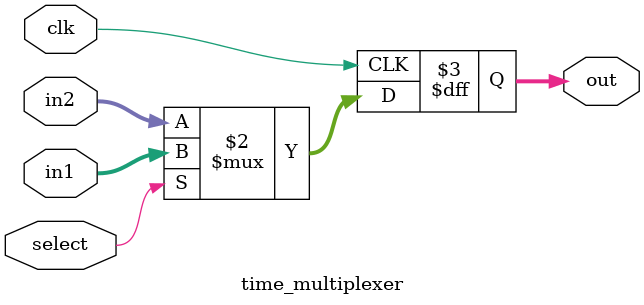
<source format=sv>
/* 
 * Stephen Xu
 * September 9th, 2024
 * stxu@g.hmc.edu
 * This is a submodule designed to select one of two 4 bit inputs
 * It does so every clock signal, given a select signal
 */

module time_multiplexer(
    input logic clk,
    input logic select,
    input logic [3:0] in1,
    input logic [3:0] in2,
    output logic [3:0] out
);

    always_ff @(posedge clk) begin
        out <= select ? in1 : in2;
    end

endmodule
</source>
